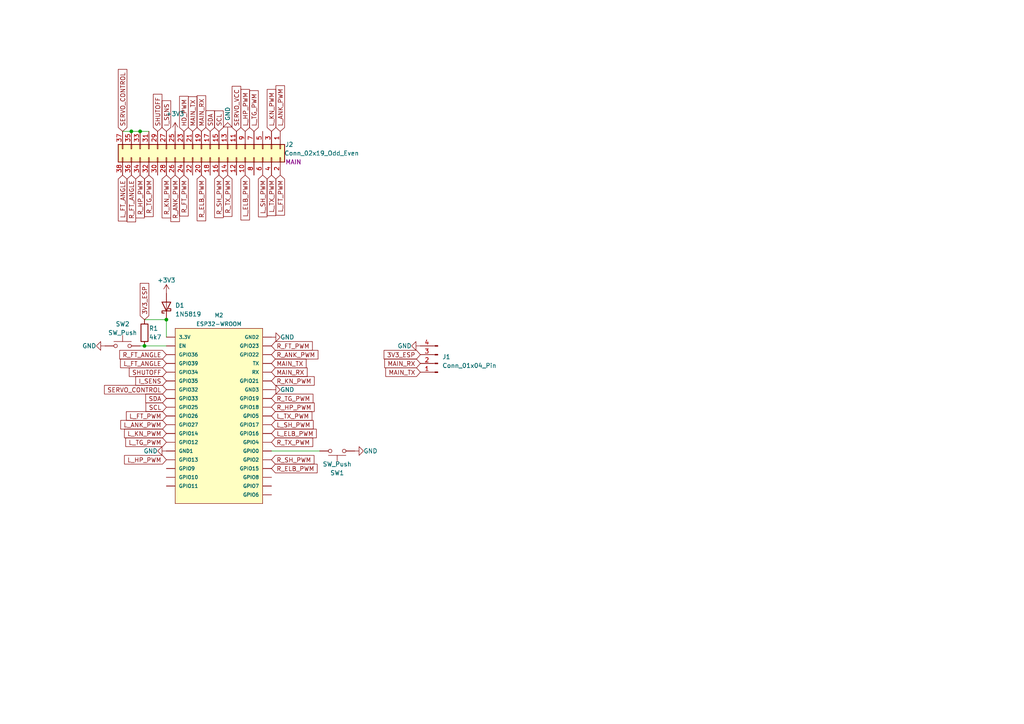
<source format=kicad_sch>
(kicad_sch (version 20230121) (generator eeschema)
  (paper "A4")
  (lib_symbols
    (symbol "Ben_modules:ESP32-WROOM" (pin_numbers hide) (pin_names (offset 1.016))
      (property "Reference" "M" (at -0.635 29.21 0))
      (property "Value" "ESP32-WROOM" (at 0 26.67 0))
      (symbol "ESP32-WROOM_1_1"
        (rectangle (start -12.7 25.4) (end 12.7 -25.4) (fill (type background)))
        (pin bidirectional line (at -15.24 22.86 0) (length 2.54) (name "3.3V") (number "3V3"))
        (pin bidirectional line (at 15.24 -22.86 180) (length 2.54) (name "GPIO6") (number "CLK"))
        (pin bidirectional line (at -15.24 -20.32 0) (length 2.54) (name "GPIO11") (number "CMD"))
        (pin bidirectional line (at -15.24 20.32 0) (length 2.54) (name "EN") (number "EN"))
        (pin bidirectional line (at -15.24 -10.16 0) (length 2.54) (name "GND1") (number "GND1"))
        (pin bidirectional line (at 15.24 22.86 180) (length 2.54) (name "GND2") (number "GND2"))
        (pin bidirectional line (at 15.24 7.62 180) (length 2.54) (name "GND3") (number "GND3"))
        (pin bidirectional line (at 15.24 -10.16 180) (length 2.54) (name "GPIO0") (number "IO0"))
        (pin bidirectional line (at -15.24 -7.62 0) (length 2.54) (name "GPIO12") (number "IO12"))
        (pin bidirectional line (at -15.24 -12.7 0) (length 2.54) (name "GPIO13") (number "IO13"))
        (pin bidirectional line (at -15.24 -5.08 0) (length 2.54) (name "GPIO14") (number "IO14"))
        (pin bidirectional line (at 15.24 -15.24 180) (length 2.54) (name "GPIO15") (number "IO15"))
        (pin bidirectional line (at 15.24 -5.08 180) (length 2.54) (name "GPIO16") (number "IO16"))
        (pin bidirectional line (at 15.24 -2.54 180) (length 2.54) (name "GPIO17") (number "IO17"))
        (pin bidirectional line (at 15.24 2.54 180) (length 2.54) (name "GPIO18") (number "IO18"))
        (pin bidirectional line (at 15.24 5.08 180) (length 2.54) (name "GPIO19") (number "IO19"))
        (pin bidirectional line (at 15.24 -12.7 180) (length 2.54) (name "GPIO2") (number "IO2"))
        (pin bidirectional line (at 15.24 10.16 180) (length 2.54) (name "GPIO21") (number "IO21"))
        (pin bidirectional line (at 15.24 17.78 180) (length 2.54) (name "GPIO22") (number "IO22"))
        (pin bidirectional line (at 15.24 20.32 180) (length 2.54) (name "GPIO23") (number "IO23"))
        (pin bidirectional line (at -15.24 2.54 0) (length 2.54) (name "GPIO25") (number "IO25"))
        (pin bidirectional line (at -15.24 0 0) (length 2.54) (name "GPIO26") (number "IO26"))
        (pin bidirectional line (at -15.24 -2.54 0) (length 2.54) (name "GPIO27") (number "IO27"))
        (pin bidirectional line (at -15.24 7.62 0) (length 2.54) (name "GPIO32") (number "IO32"))
        (pin bidirectional line (at -15.24 5.08 0) (length 2.54) (name "GPIO33") (number "IO33"))
        (pin bidirectional line (at -15.24 12.7 0) (length 2.54) (name "GPIO34") (number "IO34"))
        (pin bidirectional line (at -15.24 10.16 0) (length 2.54) (name "GPIO35") (number "IO35"))
        (pin bidirectional line (at 15.24 -7.62 180) (length 2.54) (name "GPIO4") (number "IO4"))
        (pin bidirectional line (at 15.24 0 180) (length 2.54) (name "GPIO5") (number "IO5"))
        (pin bidirectional line (at 15.24 12.7 180) (length 2.54) (name "RX") (number "RX"))
        (pin bidirectional line (at 15.24 -20.32 180) (length 2.54) (name "GPIO7") (number "SD0"))
        (pin bidirectional line (at 15.24 -17.78 180) (length 2.54) (name "GPIO8") (number "SD1"))
        (pin bidirectional line (at -15.24 -15.24 0) (length 2.54) (name "GPIO9") (number "SD2"))
        (pin bidirectional line (at -15.24 -17.78 0) (length 2.54) (name "GPIO10") (number "SD3"))
        (pin bidirectional line (at -15.24 15.24 0) (length 2.54) (name "GPIO39") (number "SENSOR_VN"))
        (pin bidirectional line (at -15.24 17.78 0) (length 2.54) (name "GPIO36") (number "SENSOR_VP"))
        (pin bidirectional line (at 15.24 15.24 180) (length 2.54) (name "TX") (number "TX"))
      )
    )
    (symbol "Connector:Conn_01x04_Pin" (pin_names (offset 1.016) hide)
      (property "Reference" "J" (at 0 5.08 0))
      (property "Value" "Conn_01x04_Pin" (at 0 -7.62 0))
      (symbol "Conn_01x04_Pin_1_1"
        (polyline (pts (xy 1.27 -5.08) (xy 0.8636 -5.08)) (stroke (width 0.1524)))
        (polyline (pts (xy 1.27 -2.54) (xy 0.8636 -2.54)) (stroke (width 0.1524)))
        (polyline (pts (xy 1.27 0) (xy 0.8636 0)) (stroke (width 0.1524)))
        (polyline (pts (xy 1.27 2.54) (xy 0.8636 2.54)) (stroke (width 0.1524)))
        (rectangle (start 0.8636 -4.953) (end 0 -5.207) (stroke (width 0.1524)) (fill (type outline)))
        (rectangle (start 0.8636 -2.413) (end 0 -2.667) (stroke (width 0.1524)) (fill (type outline)))
        (rectangle (start 0.8636 0.127) (end 0 -0.127) (stroke (width 0.1524)) (fill (type outline)))
        (rectangle (start 0.8636 2.667) (end 0 2.413) (stroke (width 0.1524)) (fill (type outline)))
        (pin passive line (at 5.08 2.54 180) (length 3.81) (name "Pin_1") (number "1"))
        (pin passive line (at 5.08 0 180) (length 3.81) (name "Pin_2") (number "2"))
        (pin passive line (at 5.08 -2.54 180) (length 3.81) (name "Pin_3") (number "3"))
        (pin passive line (at 5.08 -5.08 180) (length 3.81) (name "Pin_4") (number "4"))
      )
    )
    (symbol "Connector_Generic:Conn_02x19_Odd_Even" (pin_names (offset 1.016) hide)
      (property "Reference" "J" (at 1.27 25.4 0))
      (property "Value" "Conn_02x19_Odd_Even" (at 1.27 -25.4 0))
      (symbol "Conn_02x19_Odd_Even_1_1"
        (rectangle (start -1.27 -22.733) (end 0 -22.987) (stroke (width 0.1524)))
        (rectangle (start -1.27 -20.193) (end 0 -20.447) (stroke (width 0.1524)))
        (rectangle (start -1.27 -17.653) (end 0 -17.907) (stroke (width 0.1524)))
        (rectangle (start -1.27 -15.113) (end 0 -15.367) (stroke (width 0.1524)))
        (rectangle (start -1.27 -12.573) (end 0 -12.827) (stroke (width 0.1524)))
        (rectangle (start -1.27 -10.033) (end 0 -10.287) (stroke (width 0.1524)))
        (rectangle (start -1.27 -7.493) (end 0 -7.747) (stroke (width 0.1524)))
        (rectangle (start -1.27 -4.953) (end 0 -5.207) (stroke (width 0.1524)))
        (rectangle (start -1.27 -2.413) (end 0 -2.667) (stroke (width 0.1524)))
        (rectangle (start -1.27 0.127) (end 0 -0.127) (stroke (width 0.1524)))
        (rectangle (start -1.27 2.667) (end 0 2.413) (stroke (width 0.1524)))
        (rectangle (start -1.27 5.207) (end 0 4.953) (stroke (width 0.1524)))
        (rectangle (start -1.27 7.747) (end 0 7.493) (stroke (width 0.1524)))
        (rectangle (start -1.27 10.287) (end 0 10.033) (stroke (width 0.1524)))
        (rectangle (start -1.27 12.827) (end 0 12.573) (stroke (width 0.1524)))
        (rectangle (start -1.27 15.367) (end 0 15.113) (stroke (width 0.1524)))
        (rectangle (start -1.27 17.907) (end 0 17.653) (stroke (width 0.1524)))
        (rectangle (start -1.27 20.447) (end 0 20.193) (stroke (width 0.1524)))
        (rectangle (start -1.27 22.987) (end 0 22.733) (stroke (width 0.1524)))
        (rectangle (start -1.27 24.13) (end 3.81 -24.13) (stroke (width 0.254)) (fill (type background)))
        (rectangle (start 3.81 -22.733) (end 2.54 -22.987) (stroke (width 0.1524)))
        (rectangle (start 3.81 -20.193) (end 2.54 -20.447) (stroke (width 0.1524)))
        (rectangle (start 3.81 -17.653) (end 2.54 -17.907) (stroke (width 0.1524)))
        (rectangle (start 3.81 -15.113) (end 2.54 -15.367) (stroke (width 0.1524)))
        (rectangle (start 3.81 -12.573) (end 2.54 -12.827) (stroke (width 0.1524)))
        (rectangle (start 3.81 -10.033) (end 2.54 -10.287) (stroke (width 0.1524)))
        (rectangle (start 3.81 -7.493) (end 2.54 -7.747) (stroke (width 0.1524)))
        (rectangle (start 3.81 -4.953) (end 2.54 -5.207) (stroke (width 0.1524)))
        (rectangle (start 3.81 -2.413) (end 2.54 -2.667) (stroke (width 0.1524)))
        (rectangle (start 3.81 0.127) (end 2.54 -0.127) (stroke (width 0.1524)))
        (rectangle (start 3.81 2.667) (end 2.54 2.413) (stroke (width 0.1524)))
        (rectangle (start 3.81 5.207) (end 2.54 4.953) (stroke (width 0.1524)))
        (rectangle (start 3.81 7.747) (end 2.54 7.493) (stroke (width 0.1524)))
        (rectangle (start 3.81 10.287) (end 2.54 10.033) (stroke (width 0.1524)))
        (rectangle (start 3.81 12.827) (end 2.54 12.573) (stroke (width 0.1524)))
        (rectangle (start 3.81 15.367) (end 2.54 15.113) (stroke (width 0.1524)))
        (rectangle (start 3.81 17.907) (end 2.54 17.653) (stroke (width 0.1524)))
        (rectangle (start 3.81 20.447) (end 2.54 20.193) (stroke (width 0.1524)))
        (rectangle (start 3.81 22.987) (end 2.54 22.733) (stroke (width 0.1524)))
        (pin passive line (at -5.08 22.86 0) (length 3.81) (name "Pin_1") (number "1"))
        (pin passive line (at 7.62 12.7 180) (length 3.81) (name "Pin_10") (number "10"))
        (pin passive line (at -5.08 10.16 0) (length 3.81) (name "Pin_11") (number "11"))
        (pin passive line (at 7.62 10.16 180) (length 3.81) (name "Pin_12") (number "12"))
        (pin passive line (at -5.08 7.62 0) (length 3.81) (name "Pin_13") (number "13"))
        (pin passive line (at 7.62 7.62 180) (length 3.81) (name "Pin_14") (number "14"))
        (pin passive line (at -5.08 5.08 0) (length 3.81) (name "Pin_15") (number "15"))
        (pin passive line (at 7.62 5.08 180) (length 3.81) (name "Pin_16") (number "16"))
        (pin passive line (at -5.08 2.54 0) (length 3.81) (name "Pin_17") (number "17"))
        (pin passive line (at 7.62 2.54 180) (length 3.81) (name "Pin_18") (number "18"))
        (pin passive line (at -5.08 0 0) (length 3.81) (name "Pin_19") (number "19"))
        (pin passive line (at 7.62 22.86 180) (length 3.81) (name "Pin_2") (number "2"))
        (pin passive line (at 7.62 0 180) (length 3.81) (name "Pin_20") (number "20"))
        (pin passive line (at -5.08 -2.54 0) (length 3.81) (name "Pin_21") (number "21"))
        (pin passive line (at 7.62 -2.54 180) (length 3.81) (name "Pin_22") (number "22"))
        (pin passive line (at -5.08 -5.08 0) (length 3.81) (name "Pin_23") (number "23"))
        (pin passive line (at 7.62 -5.08 180) (length 3.81) (name "Pin_24") (number "24"))
        (pin passive line (at -5.08 -7.62 0) (length 3.81) (name "Pin_25") (number "25"))
        (pin passive line (at 7.62 -7.62 180) (length 3.81) (name "Pin_26") (number "26"))
        (pin passive line (at -5.08 -10.16 0) (length 3.81) (name "Pin_27") (number "27"))
        (pin passive line (at 7.62 -10.16 180) (length 3.81) (name "Pin_28") (number "28"))
        (pin passive line (at -5.08 -12.7 0) (length 3.81) (name "Pin_29") (number "29"))
        (pin passive line (at -5.08 20.32 0) (length 3.81) (name "Pin_3") (number "3"))
        (pin passive line (at 7.62 -12.7 180) (length 3.81) (name "Pin_30") (number "30"))
        (pin passive line (at -5.08 -15.24 0) (length 3.81) (name "Pin_31") (number "31"))
        (pin passive line (at 7.62 -15.24 180) (length 3.81) (name "Pin_32") (number "32"))
        (pin passive line (at -5.08 -17.78 0) (length 3.81) (name "Pin_33") (number "33"))
        (pin passive line (at 7.62 -17.78 180) (length 3.81) (name "Pin_34") (number "34"))
        (pin passive line (at -5.08 -20.32 0) (length 3.81) (name "Pin_35") (number "35"))
        (pin passive line (at 7.62 -20.32 180) (length 3.81) (name "Pin_36") (number "36"))
        (pin passive line (at -5.08 -22.86 0) (length 3.81) (name "Pin_37") (number "37"))
        (pin passive line (at 7.62 -22.86 180) (length 3.81) (name "Pin_38") (number "38"))
        (pin passive line (at 7.62 20.32 180) (length 3.81) (name "Pin_4") (number "4"))
        (pin passive line (at -5.08 17.78 0) (length 3.81) (name "Pin_5") (number "5"))
        (pin passive line (at 7.62 17.78 180) (length 3.81) (name "Pin_6") (number "6"))
        (pin passive line (at -5.08 15.24 0) (length 3.81) (name "Pin_7") (number "7"))
        (pin passive line (at 7.62 15.24 180) (length 3.81) (name "Pin_8") (number "8"))
        (pin passive line (at -5.08 12.7 0) (length 3.81) (name "Pin_9") (number "9"))
      )
    )
    (symbol "Device:D_Schottky" (pin_numbers hide) (pin_names (offset 1.016) hide)
      (property "Reference" "D" (at 0 2.54 0))
      (property "Value" "D_Schottky" (at 0 -2.54 0))
      (symbol "D_Schottky_0_1"
        (polyline (pts (xy 1.27 0) (xy -1.27 0)))
        (polyline (pts (xy 1.27 1.27) (xy 1.27 -1.27) (xy -1.27 0) (xy 1.27 1.27)) (stroke (width 0.254)))
        (polyline (pts (xy -1.905 0.635) (xy -1.905 1.27) (xy -1.27 1.27) (xy -1.27 -1.27) (xy -0.635 -1.27) (xy -0.635 -0.635)) (stroke (width 0.254)))
      )
      (symbol "D_Schottky_1_1"
        (pin passive line (at -3.81 0 0) (length 2.54) (name "K") (number "1"))
        (pin passive line (at 3.81 0 180) (length 2.54) (name "A") (number "2"))
      )
    )
    (symbol "Device:R" (pin_numbers hide) (pin_names (offset 0))
      (property "Reference" "R" (at 2.032 0 90))
      (property "Value" "R" (at 0 0 90))
      (symbol "R_0_1"
        (rectangle (start -1.016 -2.54) (end 1.016 2.54) (stroke (width 0.254)))
      )
      (symbol "R_1_1"
        (pin passive line (at 0 3.81 270) (length 1.27) (name "~") (number "1"))
        (pin passive line (at 0 -3.81 90) (length 1.27) (name "~") (number "2"))
      )
    )
    (symbol "Switch:SW_Push" (pin_numbers hide) (pin_names (offset 1.016) hide)
      (property "Reference" "SW" (at 1.27 2.54 0))
      (property "Value" "SW_Push" (at 0 -1.524 0))
      (symbol "SW_Push_0_1"
        (circle (center -2.032 0) (radius 0.508))
        (polyline (pts (xy 0 1.27) (xy 0 3.048)))
        (polyline (pts (xy 2.54 1.27) (xy -2.54 1.27)))
        (circle (center 2.032 0) (radius 0.508))
        (pin passive line (at -5.08 0 0) (length 2.54) (name "1") (number "1"))
        (pin passive line (at 5.08 0 180) (length 2.54) (name "2") (number "2"))
      )
    )
    (symbol "power:+3V3" (power) (pin_names (offset 0))
      (property "Value" "+3V3" (at 0 3.556 0))
      (symbol "+3V3_0_1"
        (polyline (pts (xy -0.762 1.27) (xy 0 2.54)))
        (polyline (pts (xy 0 0) (xy 0 2.54)))
        (polyline (pts (xy 0 2.54) (xy 0.762 1.27)))
      )
      (symbol "+3V3_1_1"
        (pin power_in line (at 0 0 90) (length 0) hide (name "+3V3") (number "1"))
      )
    )
    (symbol "power:GND" (power) (pin_names (offset 0))
      (property "Value" "GND" (at 0 -3.81 0))
      (symbol "GND_0_1"
        (polyline (pts (xy 0 0) (xy 0 -1.27) (xy 1.27 -1.27) (xy 0 -2.54) (xy -1.27 -1.27) (xy 0 -1.27)))
      )
      (symbol "GND_1_1"
        (pin power_in line (at 0 0 270) (length 0) hide (name "GND") (number "1"))
      )
    )
  )
  (junction (at 40.64 38.1))
  (junction (at 38.1 38.1))
  (junction (at 41.91 100.33))
  (junction (at 48.26 92.71))
  (wire (pts (xy 78.74 130.81) (xy 92.71 130.81)))
  (wire (pts (xy 48.26 92.71) (xy 48.26 97.79)))
  (wire (pts (xy 40.64 38.1) (xy 43.18 38.1)))
  (wire (pts (xy 41.91 100.33) (xy 48.26 100.33)))
  (wire (pts (xy 38.1 38.1) (xy 40.64 38.1)))
  (wire (pts (xy 35.56 38.1) (xy 38.1 38.1)))
  (wire (pts (xy 40.64 100.33) (xy 41.91 100.33)))
  (wire (pts (xy 41.91 92.71) (xy 48.26 92.71)))
  (global_label "SHUTOFF" (shape input) (at 45.72 38.1 90) (property "Intersheetrefs" "${INTERSHEET_REFS}" (effects hide)))
  (global_label "R_FT_PWM" (shape input) (at 78.74 100.33 0) (property "Intersheetrefs" "${INTERSHEET_REFS}" (effects hide)))
  (global_label "R_HP_PWM" (shape input) (at 78.74 118.11 0) (property "Intersheetrefs" "${INTERSHEET_REFS}" (effects hide)))
  (global_label "R_ELB_PWM" (shape input) (at 78.74 135.89 0) (property "Intersheetrefs" "${INTERSHEET_REFS}" (effects hide)))
  (global_label "SDA" (shape input) (at 48.26 115.57 180) (property "Intersheetrefs" "${INTERSHEET_REFS}" (effects hide)))
  (global_label "SCL" (shape input) (at 63.5 38.1 90) (property "Intersheetrefs" "${INTERSHEET_REFS}" (effects hide)))
  (global_label "L_FT_ANGLE" (shape input) (at 48.26 105.41 180) (property "Intersheetrefs" "${INTERSHEET_REFS}" (effects hide)))
  (global_label "L_TX_PWM" (shape input) (at 78.74 50.8 270) (property "Intersheetrefs" "${INTERSHEET_REFS}" (effects hide)))
  (global_label "L_TX_PWM" (shape input) (at 78.74 120.65 0) (property "Intersheetrefs" "${INTERSHEET_REFS}" (effects hide)))
  (global_label "R_KN_PWM" (shape input) (at 48.26 50.8 270) (property "Intersheetrefs" "${INTERSHEET_REFS}" (effects hide)))
  (global_label "SERVO_CONTROL" (shape input) (at 35.56 38.1 90) (property "Intersheetrefs" "${INTERSHEET_REFS}" (effects hide)))
  (global_label "R_TX_PWM" (shape input) (at 78.74 128.27 0) (property "Intersheetrefs" "${INTERSHEET_REFS}" (effects hide)))
  (global_label "MAIN_RX" (shape input) (at 78.74 107.95 0) (property "Intersheetrefs" "${INTERSHEET_REFS}" (effects hide)))
  (global_label "L_ELB_PWM" (shape input) (at 71.12 50.8 270) (property "Intersheetrefs" "${INTERSHEET_REFS}" (effects hide)))
  (global_label "SERVO_CONTROL" (shape input) (at 48.26 113.03 180) (property "Intersheetrefs" "${INTERSHEET_REFS}" (effects hide)))
  (global_label "L_FT_PWM" (shape input) (at 81.28 50.8 270) (property "Intersheetrefs" "${INTERSHEET_REFS}" (effects hide)))
  (global_label "L_TG_PWM" (shape input) (at 73.66 38.1 90) (property "Intersheetrefs" "${INTERSHEET_REFS}" (effects hide)))
  (global_label "L_SH_PWM" (shape input) (at 76.2 50.8 270) (property "Intersheetrefs" "${INTERSHEET_REFS}" (effects hide)))
  (global_label "I_SENS" (shape input) (at 48.26 38.1 90) (property "Intersheetrefs" "${INTERSHEET_REFS}" (effects hide)))
  (global_label "SERVO_VCC" (shape input) (at 68.58 38.1 90) (property "Intersheetrefs" "${INTERSHEET_REFS}" (effects hide)))
  (global_label "L_HP_PWM" (shape input) (at 48.26 133.35 180) (property "Intersheetrefs" "${INTERSHEET_REFS}" (effects hide)))
  (global_label "R_KN_PWM" (shape input) (at 78.74 110.49 0) (property "Intersheetrefs" "${INTERSHEET_REFS}" (effects hide)))
  (global_label "SDA" (shape input) (at 60.96 38.1 90) (property "Intersheetrefs" "${INTERSHEET_REFS}" (effects hide)))
  (global_label "R_FT_ANGLE" (shape input) (at 48.26 102.87 180) (property "Intersheetrefs" "${INTERSHEET_REFS}" (effects hide)))
  (global_label "MAIN_TX" (shape input) (at 121.92 107.95 180) (property "Intersheetrefs" "${INTERSHEET_REFS}" (effects hide)))
  (global_label "R_ANK_PWM" (shape input) (at 50.8 50.8 270) (property "Intersheetrefs" "${INTERSHEET_REFS}" (effects hide)))
  (global_label "L_HP_PWM" (shape input) (at 71.12 38.1 90) (property "Intersheetrefs" "${INTERSHEET_REFS}" (effects hide)))
  (global_label "R_HP_PWM" (shape input) (at 40.64 50.8 270) (property "Intersheetrefs" "${INTERSHEET_REFS}" (effects hide)))
  (global_label "R_TG_PWM" (shape input) (at 43.18 50.8 270) (property "Intersheetrefs" "${INTERSHEET_REFS}" (effects hide)))
  (global_label "MAIN_RX" (shape input) (at 58.42 38.1 90) (property "Intersheetrefs" "${INTERSHEET_REFS}" (effects hide)))
  (global_label "SHUTOFF" (shape input) (at 48.26 107.95 180) (property "Intersheetrefs" "${INTERSHEET_REFS}" (effects hide)))
  (global_label "L_KN_PWM" (shape input) (at 48.26 125.73 180) (property "Intersheetrefs" "${INTERSHEET_REFS}" (effects hide)))
  (global_label "MAIN_TX" (shape input) (at 78.74 105.41 0) (property "Intersheetrefs" "${INTERSHEET_REFS}" (effects hide)))
  (global_label "L_KN_PWM" (shape input) (at 78.74 38.1 90) (property "Intersheetrefs" "${INTERSHEET_REFS}" (effects hide)))
  (global_label "L_ELB_PWM" (shape input) (at 78.74 125.73 0) (property "Intersheetrefs" "${INTERSHEET_REFS}" (effects hide)))
  (global_label "L_FT_PWM" (shape input) (at 48.26 120.65 180) (property "Intersheetrefs" "${INTERSHEET_REFS}" (effects hide)))
  (global_label "MAIN_TX" (shape input) (at 55.88 38.1 90) (property "Intersheetrefs" "${INTERSHEET_REFS}" (effects hide)))
  (global_label "L_TG_PWM" (shape input) (at 48.26 128.27 180) (property "Intersheetrefs" "${INTERSHEET_REFS}" (effects hide)))
  (global_label "R_SH_PWM" (shape input) (at 78.74 133.35 0) (property "Intersheetrefs" "${INTERSHEET_REFS}" (effects hide)))
  (global_label "MAIN_RX" (shape input) (at 121.92 105.41 180) (property "Intersheetrefs" "${INTERSHEET_REFS}" (effects hide)))
  (global_label "SCL" (shape input) (at 48.26 118.11 180) (property "Intersheetrefs" "${INTERSHEET_REFS}" (effects hide)))
  (global_label "R_TX_PWM" (shape input) (at 66.04 50.8 270) (property "Intersheetrefs" "${INTERSHEET_REFS}" (effects hide)))
  (global_label "R_FT_PWM" (shape input) (at 53.34 50.8 270) (property "Intersheetrefs" "${INTERSHEET_REFS}" (effects hide)))
  (global_label "R_FT_ANGLE" (shape input) (at 38.1 50.8 270) (property "Intersheetrefs" "${INTERSHEET_REFS}" (effects hide)))
  (global_label "L_FT_ANGLE" (shape input) (at 35.56 50.8 270) (property "Intersheetrefs" "${INTERSHEET_REFS}" (effects hide)))
  (global_label "R_ELB_PWM" (shape input) (at 58.42 50.8 270) (property "Intersheetrefs" "${INTERSHEET_REFS}" (effects hide)))
  (global_label "L_SH_PWM" (shape input) (at 78.74 123.19 0) (property "Intersheetrefs" "${INTERSHEET_REFS}" (effects hide)))
  (global_label "L_ANK_PWM" (shape input) (at 48.26 123.19 180) (property "Intersheetrefs" "${INTERSHEET_REFS}" (effects hide)))
  (global_label "3V3_ESP" (shape input) (at 121.92 102.87 180) (property "Intersheetrefs" "${INTERSHEET_REFS}" (effects hide)))
  (global_label "R_TG_PWM" (shape input) (at 78.74 115.57 0) (property "Intersheetrefs" "${INTERSHEET_REFS}" (effects hide)))
  (global_label "R_ANK_PWM" (shape input) (at 78.74 102.87 0) (property "Intersheetrefs" "${INTERSHEET_REFS}" (effects hide)))
  (global_label "3V3_ESP" (shape input) (at 41.91 92.71 90) (property "Intersheetrefs" "${INTERSHEET_REFS}" (effects hide)))
  (global_label "I_SENS" (shape input) (at 48.26 110.49 180) (property "Intersheetrefs" "${INTERSHEET_REFS}" (effects hide)))
  (global_label "HD_PWM" (shape input) (at 53.34 38.1 90) (property "Intersheetrefs" "${INTERSHEET_REFS}" (effects hide)))
  (global_label "L_ANK_PWM" (shape input) (at 81.28 38.1 90) (property "Intersheetrefs" "${INTERSHEET_REFS}" (effects hide)))
  (global_label "R_SH_PWM" (shape input) (at 63.5 50.8 270) (property "Intersheetrefs" "${INTERSHEET_REFS}" (effects hide)))
  (symbol (lib_id "Ben_modules:ESP32-WROOM") (at 63.5 120.65 0) (unit 1)
    (property "Reference" "M2" (at 63.5 91.44 0) (effects (font (size 1.143 1.143))))
    (property "Value" "ESP32-WROOM" (at 63.5 93.98 0) (effects (font (size 1.143 1.143))))
    (property "Footprint" "Ben_modules:ESP32-WROOM" (effects hide))
  )
  (symbol (lib_id "power:+3V3") (at 50.8 38.1 0) (unit 1)
    (property "Reference" "#PWR04" (effects hide))
    (property "Value" "+3V3" (at 50.8 33.02 0))
  )
  (symbol (lib_id "Connector:Conn_01x04_Pin") (at 127 105.41 180) (unit 1)
    (property "Reference" "J1" (at 128.27 103.505 0) (effects (justify right)))
    (property "Value" "Conn_01x04_Pin" (at 128.27 106.045 0) (effects (justify right)))
    (property "Footprint" "Connector_PinHeader_2.54mm:PinHeader_1x04_P2.54mm_Horizontal" (effects hide))
  )
  (symbol (lib_id "power:GND") (at 66.04 38.1 180) (unit 1)
    (property "Reference" "#PWR0109" (effects hide))
    (property "Value" "GND" (at 66.04 33.02 90))
  )
  (symbol (lib_id "power:GND") (at 121.92 100.33 270) (unit 1)
    (property "Reference" "#PWR08" (effects hide))
    (property "Value" "GND" (at 119.38 100.33 90) (effects (justify right)))
  )
  (symbol (lib_id "Device:R") (at 41.91 96.52 0) (unit 1)
    (property "Reference" "R1" (at 43.18 95.25 0) (effects (justify left)))
    (property "Value" "4k7" (at 43.18 97.79 0) (effects (justify left)))
    (property "Footprint" "Resistor_THT:R_Axial_DIN0207_L6.3mm_D2.5mm_P7.62mm_Horizontal" (effects hide))
  )
  (symbol (lib_id "power:GND") (at 48.26 130.81 270) (unit 1)
    (property "Reference" "#PWR05" (effects hide))
    (property "Value" "GND" (at 45.72 130.81 90) (effects (justify right)))
  )
  (symbol (lib_id "power:GND") (at 78.74 113.03 90) (unit 1)
    (property "Reference" "#PWR03" (effects hide))
    (property "Value" "GND" (at 81.28 113.03 90) (effects (justify right)))
  )
  (symbol (lib_id "power:GND") (at 102.87 130.81 90) (unit 1)
    (property "Reference" "#PWR07" (effects hide))
    (property "Value" "GND" (at 105.41 130.81 90) (effects (justify right)))
  )
  (symbol (lib_id "Device:D_Schottky") (at 48.26 88.9 90) (unit 1)
    (property "Reference" "D1" (at 50.8 88.5825 90) (effects (justify right)))
    (property "Value" "1N5819" (at 50.8 91.1225 90) (effects (justify right)))
    (property "Footprint" "Diode_THT:D_A-405_P10.16mm_Horizontal" (effects hide))
  )
  (symbol (lib_id "Switch:SW_Push") (at 97.79 130.81 180) (unit 1)
    (property "Reference" "SW1" (at 97.79 137.16 0))
    (property "Value" "SW_Push" (at 97.79 134.62 0))
    (property "Footprint" "Button_Switch_THT:SW_Tactile_SPST_Angled_PTS645Vx39-2LFS" (effects hide))
  )
  (symbol (lib_id "power:GND") (at 78.74 97.79 90) (unit 1)
    (property "Reference" "#PWR02" (effects hide))
    (property "Value" "GND" (at 81.28 97.79 90) (effects (justify right)))
  )
  (symbol (lib_id "Connector_Generic:Conn_02x19_Odd_Even") (at 58.42 43.18 270) (unit 1)
    (property "Reference" "J2" (at 85.09 41.91 90) (effects (justify right)))
    (property "Value" "Conn_02x19_Odd_Even" (at 104.14 44.45 90) (effects (justify right)))
    (property "Footprint" "Connector_PinHeader_2.54mm:PinHeader_2x19_P2.54mm_Horizontal" (effects hide))
    (property "Alias" "MAIN" (at 85.09 46.99 90))
  )
  (symbol (lib_id "Switch:SW_Push") (at 35.56 100.33 0) (unit 1)
    (property "Reference" "SW2" (at 35.56 93.98 0))
    (property "Value" "SW_Push" (at 35.56 96.52 0))
    (property "Footprint" "Button_Switch_THT:SW_Tactile_SPST_Angled_PTS645Vx39-2LFS" (effects hide))
  )
  (symbol (lib_id "power:+3V3") (at 48.26 85.09 0) (unit 1)
    (property "Reference" "#PWR06" (effects hide))
    (property "Value" "+3V3" (at 48.26 81.28 0))
  )
  (symbol (lib_id "power:GND") (at 30.48 100.33 270) (unit 1)
    (property "Reference" "#PWR01" (effects hide))
    (property "Value" "GND" (at 27.94 100.33 90) (effects (justify right)))
  )
)
</source>
